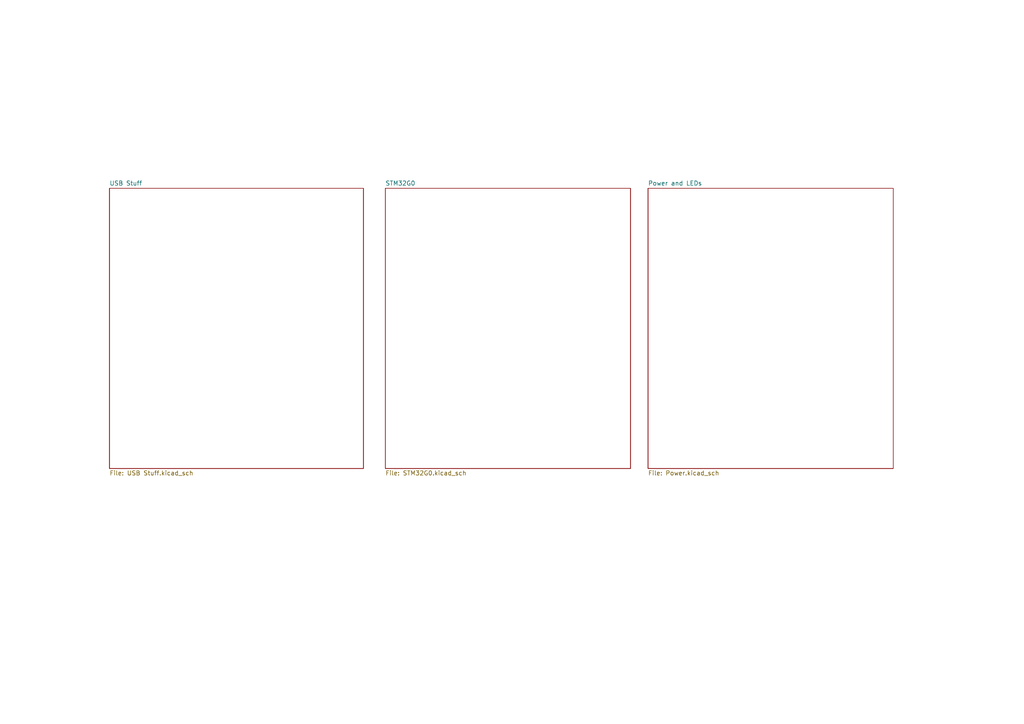
<source format=kicad_sch>
(kicad_sch
	(version 20250114)
	(generator "eeschema")
	(generator_version "9.0")
	(uuid "f41b1a86-714e-49af-a124-d4a0d864ab97")
	(paper "A4")
	(lib_symbols)
	(sheet
		(at 31.75 54.61)
		(size 73.66 81.28)
		(exclude_from_sim no)
		(in_bom yes)
		(on_board yes)
		(dnp no)
		(fields_autoplaced yes)
		(stroke
			(width 0.1524)
			(type solid)
		)
		(fill
			(color 0 0 0 0.0000)
		)
		(uuid "2c2c977e-1ee2-4077-8be0-f74af5fa8b89")
		(property "Sheetname" "USB Stuff"
			(at 31.75 53.8984 0)
			(effects
				(font
					(size 1.27 1.27)
				)
				(justify left bottom)
			)
		)
		(property "Sheetfile" "USB Stuff.kicad_sch"
			(at 31.75 136.4746 0)
			(effects
				(font
					(size 1.27 1.27)
				)
				(justify left top)
			)
		)
		(instances
			(project "USB_PD_JB"
				(path "/f41b1a86-714e-49af-a124-d4a0d864ab97"
					(page "2")
				)
			)
		)
	)
	(sheet
		(at 111.76 54.61)
		(size 71.12 81.28)
		(exclude_from_sim no)
		(in_bom yes)
		(on_board yes)
		(dnp no)
		(fields_autoplaced yes)
		(stroke
			(width 0.1524)
			(type solid)
		)
		(fill
			(color 0 0 0 0.0000)
		)
		(uuid "5b4db23b-c608-4020-900c-63d3981f0f81")
		(property "Sheetname" "STM32G0"
			(at 111.76 53.8984 0)
			(effects
				(font
					(size 1.27 1.27)
				)
				(justify left bottom)
			)
		)
		(property "Sheetfile" "STM32G0.kicad_sch"
			(at 111.76 136.4746 0)
			(effects
				(font
					(size 1.27 1.27)
				)
				(justify left top)
			)
		)
		(instances
			(project "USB_PD_JB"
				(path "/f41b1a86-714e-49af-a124-d4a0d864ab97"
					(page "3")
				)
			)
		)
	)
	(sheet
		(at 187.96 54.61)
		(size 71.12 81.28)
		(exclude_from_sim no)
		(in_bom yes)
		(on_board yes)
		(dnp no)
		(fields_autoplaced yes)
		(stroke
			(width 0.1524)
			(type solid)
		)
		(fill
			(color 0 0 0 0.0000)
		)
		(uuid "e66c4d55-67b0-4759-b9f9-fc053ff06a54")
		(property "Sheetname" "Power and LEDs"
			(at 187.96 53.8984 0)
			(effects
				(font
					(size 1.27 1.27)
				)
				(justify left bottom)
			)
		)
		(property "Sheetfile" "Power.kicad_sch"
			(at 187.96 136.4746 0)
			(effects
				(font
					(size 1.27 1.27)
				)
				(justify left top)
			)
		)
		(property "Field2" ""
			(at 187.96 54.61 0)
			(effects
				(font
					(size 1.27 1.27)
				)
			)
		)
		(instances
			(project "USB_PD_JB"
				(path "/f41b1a86-714e-49af-a124-d4a0d864ab97"
					(page "4")
				)
			)
		)
	)
	(sheet_instances
		(path "/"
			(page "1")
		)
	)
	(embedded_fonts no)
)

</source>
